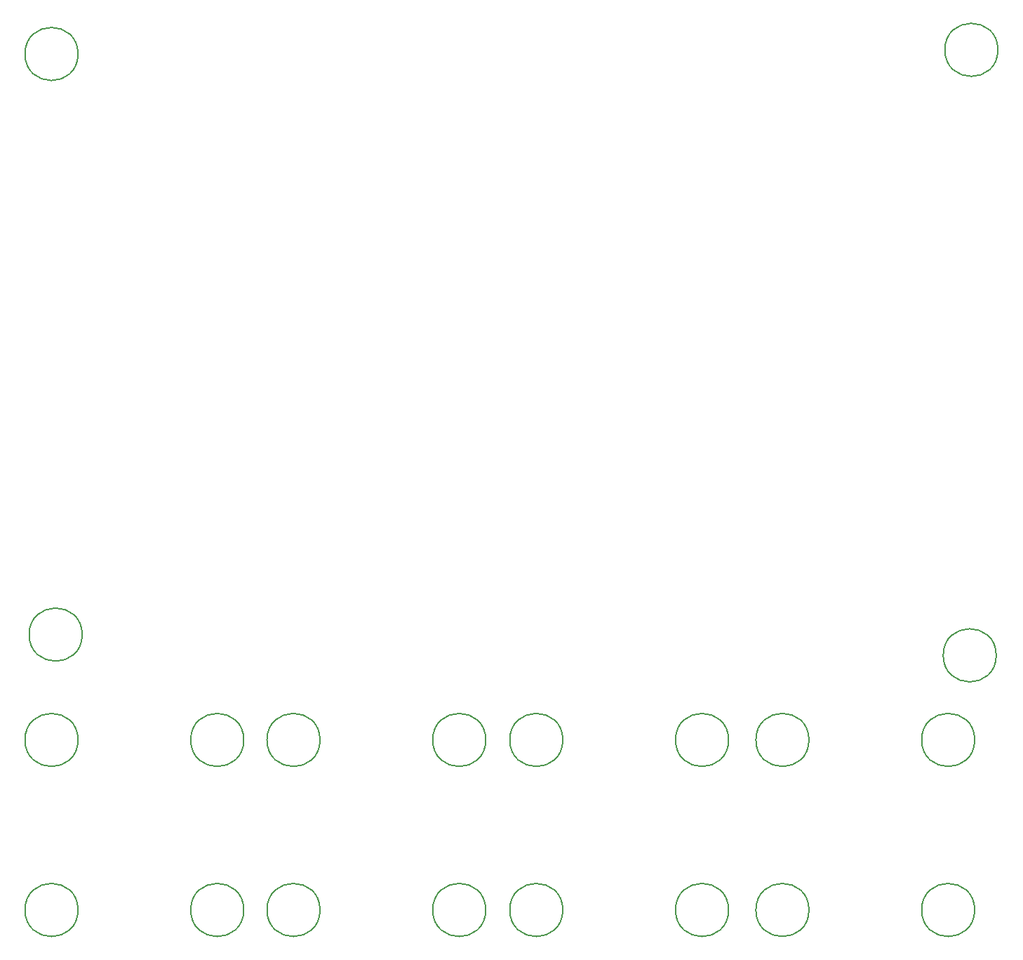
<source format=gbr>
G04 #@! TF.GenerationSoftware,KiCad,Pcbnew,5.1.3-ffb9f22~84~ubuntu18.04.1*
G04 #@! TF.CreationDate,2019-08-08T14:17:25+02:00*
G04 #@! TF.ProjectId,HiveCam,48697665-4361-46d2-9e6b-696361645f70,rev?*
G04 #@! TF.SameCoordinates,Original*
G04 #@! TF.FileFunction,Other,Comment*
%FSLAX46Y46*%
G04 Gerber Fmt 4.6, Leading zero omitted, Abs format (unit mm)*
G04 Created by KiCad (PCBNEW 5.1.3-ffb9f22~84~ubuntu18.04.1) date 2019-08-08 14:17:25*
%MOMM*%
%LPD*%
G04 APERTURE LIST*
%ADD10C,0.150000*%
G04 APERTURE END LIST*
D10*
X111398000Y-105065000D02*
G75*
G03X111398000Y-105065000I-3200000J0D01*
G01*
X131398000Y-125565000D02*
G75*
G03X131398000Y-125565000I-3200000J0D01*
G01*
X111398000Y-125565000D02*
G75*
G03X111398000Y-125565000I-3200000J0D01*
G01*
X131398000Y-105065000D02*
G75*
G03X131398000Y-105065000I-3200000J0D01*
G01*
X81698000Y-105065000D02*
G75*
G03X81698000Y-105065000I-3200000J0D01*
G01*
X101698000Y-125565000D02*
G75*
G03X101698000Y-125565000I-3200000J0D01*
G01*
X81698000Y-125565000D02*
G75*
G03X81698000Y-125565000I-3200000J0D01*
G01*
X101698000Y-105065000D02*
G75*
G03X101698000Y-105065000I-3200000J0D01*
G01*
X52398000Y-105065000D02*
G75*
G03X52398000Y-105065000I-3200000J0D01*
G01*
X72398000Y-125565000D02*
G75*
G03X72398000Y-125565000I-3200000J0D01*
G01*
X52398000Y-125565000D02*
G75*
G03X52398000Y-125565000I-3200000J0D01*
G01*
X72398000Y-105065000D02*
G75*
G03X72398000Y-105065000I-3200000J0D01*
G01*
X43198000Y-105065000D02*
G75*
G03X43198000Y-105065000I-3200000J0D01*
G01*
X43198000Y-125565000D02*
G75*
G03X43198000Y-125565000I-3200000J0D01*
G01*
X23198000Y-125565000D02*
G75*
G03X23198000Y-125565000I-3200000J0D01*
G01*
X23198000Y-105065000D02*
G75*
G03X23198000Y-105065000I-3200000J0D01*
G01*
X133998000Y-94865000D02*
G75*
G03X133998000Y-94865000I-3200000J0D01*
G01*
X134198000Y-21865000D02*
G75*
G03X134198000Y-21865000I-3200000J0D01*
G01*
X23198000Y-22365000D02*
G75*
G03X23198000Y-22365000I-3200000J0D01*
G01*
X23698000Y-92365000D02*
G75*
G03X23698000Y-92365000I-3200000J0D01*
G01*
M02*

</source>
